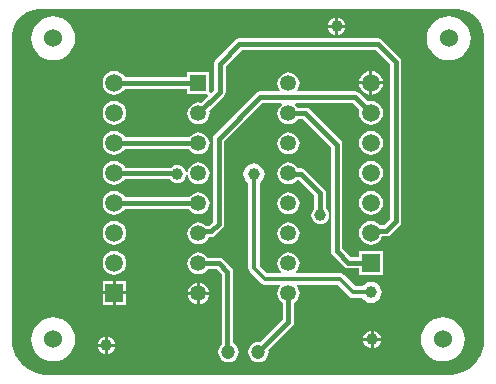
<source format=gtl>
G04*
G04 #@! TF.GenerationSoftware,Altium Limited,Altium Designer,20.1.8 (145)*
G04*
G04 Layer_Physical_Order=1*
G04 Layer_Color=255*
%FSAX24Y24*%
%MOIN*%
G70*
G04*
G04 #@! TF.SameCoordinates,A9D52D31-DEFF-4A73-B345-733BC34C7DFE*
G04*
G04*
G04 #@! TF.FilePolarity,Positive*
G04*
G01*
G75*
%ADD12C,0.0100*%
%ADD20C,0.0120*%
%ADD21C,0.0180*%
%ADD22C,0.0600*%
%ADD23R,0.0531X0.0531*%
%ADD24C,0.0531*%
%ADD25C,0.0591*%
%ADD26R,0.0591X0.0591*%
%ADD27C,0.0472*%
%ADD28C,0.0394*%
G36*
X038673Y031065D02*
X038852Y030990D01*
X039013Y030883D01*
X039150Y030746D01*
X039258Y030584D01*
X039332Y030405D01*
X039370Y030215D01*
X039370Y030118D01*
X039370Y030118D01*
X039370Y030118D01*
X039370Y020079D01*
X039370Y020001D01*
X039350Y019848D01*
X039310Y019698D01*
X039251Y019555D01*
X039173Y019421D01*
X039079Y019298D01*
X038969Y019189D01*
X038847Y019095D01*
X038712Y019017D01*
X038569Y018958D01*
X038420Y018918D01*
X038266Y018898D01*
X038189Y018898D01*
X024803Y018898D01*
X024726D01*
X024572Y018918D01*
X024423Y018958D01*
X024280Y019017D01*
X024146Y019095D01*
X024023Y019189D01*
X023913Y019298D01*
X023819Y019421D01*
X023742Y019555D01*
X023682Y019698D01*
X023642Y019848D01*
X023622Y020001D01*
Y020079D01*
X023622Y030118D01*
Y030215D01*
X023660Y030405D01*
X023734Y030584D01*
X023842Y030746D01*
X023979Y030883D01*
X024140Y030990D01*
X024319Y031065D01*
X024509Y031102D01*
X024606Y031102D01*
X024606Y031102D01*
X038386Y031102D01*
X038483Y031102D01*
X038673Y031065D01*
D02*
G37*
%LPC*%
G36*
X034499Y030805D02*
Y030562D01*
X034742D01*
X034738Y030589D01*
X034708Y030662D01*
X034661Y030724D01*
X034599Y030771D01*
X034526Y030801D01*
X034499Y030805D01*
D02*
G37*
G36*
X034399D02*
X034371Y030801D01*
X034299Y030771D01*
X034237Y030724D01*
X034190Y030662D01*
X034160Y030589D01*
X034156Y030562D01*
X034399D01*
Y030805D01*
D02*
G37*
G36*
X034742Y030462D02*
X034499D01*
Y030219D01*
X034526Y030223D01*
X034599Y030253D01*
X034661Y030300D01*
X034708Y030362D01*
X034738Y030434D01*
X034742Y030462D01*
D02*
G37*
G36*
X034399D02*
X034156D01*
X034160Y030434D01*
X034190Y030362D01*
X034237Y030300D01*
X034299Y030253D01*
X034371Y030223D01*
X034399Y030219D01*
Y030462D01*
D02*
G37*
G36*
X038189Y030852D02*
X038046Y030837D01*
X037908Y030796D01*
X037781Y030728D01*
X037670Y030637D01*
X037579Y030526D01*
X037511Y030399D01*
X037470Y030261D01*
X037456Y030118D01*
X037470Y029975D01*
X037511Y029837D01*
X037579Y029711D01*
X037670Y029599D01*
X037781Y029508D01*
X037908Y029440D01*
X038046Y029399D01*
X038189Y029385D01*
X038332Y029399D01*
X038470Y029440D01*
X038596Y029508D01*
X038708Y029599D01*
X038799Y029711D01*
X038867Y029837D01*
X038908Y029975D01*
X038922Y030118D01*
X038908Y030261D01*
X038867Y030399D01*
X038799Y030526D01*
X038708Y030637D01*
X038596Y030728D01*
X038470Y030796D01*
X038332Y030837D01*
X038189Y030852D01*
D02*
G37*
G36*
X025000D02*
X024857Y030837D01*
X024719Y030796D01*
X024593Y030728D01*
X024481Y030637D01*
X024390Y030526D01*
X024322Y030399D01*
X024281Y030261D01*
X024267Y030118D01*
X024281Y029975D01*
X024322Y029837D01*
X024390Y029711D01*
X024481Y029599D01*
X024593Y029508D01*
X024719Y029440D01*
X024857Y029399D01*
X025000Y029385D01*
X025143Y029399D01*
X025281Y029440D01*
X025407Y029508D01*
X025519Y029599D01*
X025610Y029711D01*
X025678Y029837D01*
X025719Y029975D01*
X025733Y030118D01*
X025719Y030261D01*
X025678Y030399D01*
X025610Y030526D01*
X025519Y030637D01*
X025407Y030728D01*
X025281Y030796D01*
X025143Y030837D01*
X025000Y030852D01*
D02*
G37*
G36*
X035644Y029021D02*
Y028679D01*
X035986D01*
X035979Y028732D01*
X035939Y028828D01*
X035876Y028911D01*
X035793Y028974D01*
X035697Y029014D01*
X035644Y029021D01*
D02*
G37*
G36*
X035544D02*
X035491Y029014D01*
X035394Y028974D01*
X035312Y028911D01*
X035248Y028828D01*
X035209Y028732D01*
X035202Y028679D01*
X035544D01*
Y029021D01*
D02*
G37*
G36*
X035986Y028579D02*
X035644D01*
Y028237D01*
X035697Y028244D01*
X035793Y028284D01*
X035876Y028347D01*
X035939Y028430D01*
X035979Y028526D01*
X035986Y028579D01*
D02*
G37*
G36*
X035544D02*
X035202D01*
X035209Y028526D01*
X035248Y028430D01*
X035312Y028347D01*
X035394Y028284D01*
X035491Y028244D01*
X035544Y028237D01*
Y028579D01*
D02*
G37*
G36*
X032844Y028981D02*
X032748Y028969D01*
X032659Y028932D01*
X032583Y028873D01*
X032524Y028797D01*
X032487Y028708D01*
X032475Y028613D01*
X032487Y028517D01*
X032524Y028428D01*
X032551Y028393D01*
X032526Y028343D01*
X031890D01*
X031816Y028329D01*
X031753Y028287D01*
X030375Y026909D01*
X030333Y026846D01*
X030318Y026772D01*
Y024005D01*
X030187Y023874D01*
X030104D01*
X030028Y023932D01*
X029939Y023969D01*
X029844Y023981D01*
X029748Y023969D01*
X029659Y023932D01*
X029583Y023873D01*
X029524Y023797D01*
X029487Y023708D01*
X029475Y023613D01*
X029487Y023517D01*
X029524Y023428D01*
X029583Y023352D01*
X029659Y023293D01*
X029748Y023256D01*
X029844Y023244D01*
X029939Y023256D01*
X030028Y023293D01*
X030105Y023352D01*
X030163Y023428D01*
X030187Y023486D01*
X030267D01*
X030341Y023501D01*
X030404Y023543D01*
X030649Y023787D01*
X030691Y023850D01*
X030706Y023924D01*
Y026691D01*
X031970Y027956D01*
X032608D01*
X032625Y027906D01*
X032583Y027873D01*
X032524Y027797D01*
X032487Y027708D01*
X032475Y027613D01*
X032487Y027517D01*
X032524Y027428D01*
X032583Y027352D01*
X032659Y027293D01*
X032748Y027256D01*
X032844Y027244D01*
X032939Y027256D01*
X033028Y027293D01*
X033105Y027352D01*
X033156Y027419D01*
X033331D01*
X034255Y026495D01*
Y023031D01*
X034270Y022957D01*
X034312Y022895D01*
X034706Y022501D01*
X034768Y022459D01*
X034843Y022444D01*
X035198D01*
Y022234D01*
X035989D01*
Y023024D01*
X035198D01*
Y022832D01*
X034923D01*
X034643Y023112D01*
Y026575D01*
X034628Y026649D01*
X034586Y026712D01*
X033548Y027750D01*
X033485Y027792D01*
X033411Y027806D01*
X033156D01*
X033105Y027873D01*
X033062Y027906D01*
X033079Y027956D01*
X034993D01*
X035211Y027738D01*
X035209Y027732D01*
X035195Y027629D01*
X035209Y027526D01*
X035248Y027430D01*
X035312Y027347D01*
X035394Y027284D01*
X035491Y027244D01*
X035594Y027230D01*
X035697Y027244D01*
X035793Y027284D01*
X035876Y027347D01*
X035939Y027430D01*
X035979Y027526D01*
X035992Y027629D01*
X035979Y027732D01*
X035939Y027828D01*
X035876Y027911D01*
X035793Y027974D01*
X035697Y028014D01*
X035594Y028028D01*
X035491Y028014D01*
X035485Y028012D01*
X035210Y028287D01*
X035147Y028329D01*
X035073Y028343D01*
X033161D01*
X033136Y028393D01*
X033163Y028428D01*
X033200Y028517D01*
X033213Y028613D01*
X033200Y028708D01*
X033163Y028797D01*
X033105Y028873D01*
X033028Y028932D01*
X032939Y028969D01*
X032844Y028981D01*
D02*
G37*
G36*
X027044Y028028D02*
X026941Y028014D01*
X026844Y027974D01*
X026762Y027911D01*
X026698Y027828D01*
X026659Y027732D01*
X026645Y027629D01*
X026659Y027526D01*
X026698Y027430D01*
X026762Y027347D01*
X026844Y027284D01*
X026941Y027244D01*
X027044Y027230D01*
X027147Y027244D01*
X027243Y027284D01*
X027326Y027347D01*
X027389Y027430D01*
X027429Y027526D01*
X027442Y027629D01*
X027429Y027732D01*
X027389Y027828D01*
X027326Y027911D01*
X027243Y027974D01*
X027147Y028014D01*
X027044Y028028D01*
D02*
G37*
G36*
X032844Y026981D02*
X032748Y026969D01*
X032659Y026932D01*
X032583Y026873D01*
X032524Y026797D01*
X032487Y026708D01*
X032475Y026613D01*
X032487Y026517D01*
X032524Y026428D01*
X032583Y026352D01*
X032659Y026293D01*
X032748Y026256D01*
X032844Y026244D01*
X032939Y026256D01*
X033028Y026293D01*
X033105Y026352D01*
X033163Y026428D01*
X033200Y026517D01*
X033213Y026613D01*
X033200Y026708D01*
X033163Y026797D01*
X033105Y026873D01*
X033028Y026932D01*
X032939Y026969D01*
X032844Y026981D01*
D02*
G37*
G36*
X027044Y027028D02*
X026941Y027014D01*
X026844Y026974D01*
X026762Y026911D01*
X026698Y026828D01*
X026659Y026732D01*
X026645Y026629D01*
X026659Y026526D01*
X026698Y026430D01*
X026762Y026347D01*
X026844Y026284D01*
X026941Y026244D01*
X027044Y026230D01*
X027147Y026244D01*
X027243Y026284D01*
X027326Y026347D01*
X027387Y026427D01*
X029525D01*
X029583Y026352D01*
X029659Y026293D01*
X029748Y026256D01*
X029844Y026244D01*
X029939Y026256D01*
X030028Y026293D01*
X030105Y026352D01*
X030163Y026428D01*
X030200Y026517D01*
X030213Y026613D01*
X030200Y026708D01*
X030163Y026797D01*
X030105Y026873D01*
X030028Y026932D01*
X029939Y026969D01*
X029844Y026981D01*
X029748Y026969D01*
X029659Y026932D01*
X029583Y026873D01*
X029538Y026814D01*
X027395D01*
X027389Y026828D01*
X027326Y026911D01*
X027243Y026974D01*
X027147Y027014D01*
X027044Y027028D01*
D02*
G37*
G36*
X035594D02*
X035491Y027014D01*
X035394Y026974D01*
X035312Y026911D01*
X035248Y026828D01*
X035209Y026732D01*
X035195Y026629D01*
X035209Y026526D01*
X035248Y026430D01*
X035312Y026347D01*
X035394Y026284D01*
X035491Y026244D01*
X035594Y026230D01*
X035697Y026244D01*
X035793Y026284D01*
X035876Y026347D01*
X035939Y026430D01*
X035979Y026526D01*
X035992Y026629D01*
X035979Y026732D01*
X035939Y026828D01*
X035876Y026911D01*
X035793Y026974D01*
X035697Y027014D01*
X035594Y027028D01*
D02*
G37*
G36*
X027044Y026028D02*
X026941Y026014D01*
X026844Y025974D01*
X026762Y025911D01*
X026698Y025828D01*
X026659Y025732D01*
X026645Y025629D01*
X026659Y025526D01*
X026698Y025430D01*
X026762Y025347D01*
X026844Y025284D01*
X026941Y025244D01*
X027044Y025230D01*
X027147Y025244D01*
X027243Y025284D01*
X027326Y025347D01*
X027379Y025416D01*
X028894D01*
X028922Y025379D01*
X028984Y025331D01*
X029056Y025301D01*
X029134Y025291D01*
X029211Y025301D01*
X029284Y025331D01*
X029346Y025379D01*
X029393Y025441D01*
X029423Y025513D01*
X029430Y025568D01*
X029481D01*
X029487Y025517D01*
X029524Y025428D01*
X029583Y025352D01*
X029659Y025293D01*
X029748Y025256D01*
X029844Y025244D01*
X029939Y025256D01*
X030028Y025293D01*
X030105Y025352D01*
X030163Y025428D01*
X030200Y025517D01*
X030213Y025613D01*
X030200Y025708D01*
X030163Y025797D01*
X030105Y025873D01*
X030028Y025932D01*
X029939Y025969D01*
X029844Y025982D01*
X029748Y025969D01*
X029659Y025932D01*
X029583Y025873D01*
X029524Y025797D01*
X029487Y025708D01*
X029478Y025635D01*
X029427D01*
X029423Y025668D01*
X029393Y025740D01*
X029346Y025802D01*
X029284Y025850D01*
X029211Y025880D01*
X029134Y025890D01*
X029056Y025880D01*
X028984Y025850D01*
X028924Y025803D01*
X027399D01*
X027389Y025828D01*
X027326Y025911D01*
X027243Y025974D01*
X027147Y026014D01*
X027044Y026028D01*
D02*
G37*
G36*
X035594D02*
X035491Y026014D01*
X035394Y025974D01*
X035312Y025911D01*
X035248Y025828D01*
X035209Y025732D01*
X035195Y025629D01*
X035209Y025526D01*
X035248Y025430D01*
X035312Y025347D01*
X035394Y025284D01*
X035491Y025244D01*
X035594Y025230D01*
X035697Y025244D01*
X035793Y025284D01*
X035876Y025347D01*
X035939Y025430D01*
X035979Y025526D01*
X035992Y025629D01*
X035979Y025732D01*
X035939Y025828D01*
X035876Y025911D01*
X035793Y025974D01*
X035697Y026014D01*
X035594Y026028D01*
D02*
G37*
G36*
X032844Y024982D02*
X032748Y024969D01*
X032659Y024932D01*
X032583Y024873D01*
X032524Y024797D01*
X032487Y024708D01*
X032475Y024613D01*
X032487Y024517D01*
X032524Y024428D01*
X032583Y024352D01*
X032659Y024293D01*
X032748Y024256D01*
X032844Y024244D01*
X032939Y024256D01*
X033028Y024293D01*
X033105Y024352D01*
X033163Y024428D01*
X033200Y024517D01*
X033213Y024613D01*
X033200Y024708D01*
X033163Y024797D01*
X033105Y024873D01*
X033028Y024932D01*
X032939Y024969D01*
X032844Y024982D01*
D02*
G37*
G36*
X027044Y025028D02*
X026941Y025014D01*
X026844Y024974D01*
X026762Y024911D01*
X026698Y024828D01*
X026659Y024732D01*
X026645Y024629D01*
X026659Y024526D01*
X026698Y024430D01*
X026762Y024347D01*
X026844Y024284D01*
X026941Y024244D01*
X027044Y024230D01*
X027147Y024244D01*
X027243Y024284D01*
X027326Y024347D01*
X027387Y024427D01*
X029525D01*
X029583Y024352D01*
X029659Y024293D01*
X029748Y024256D01*
X029844Y024244D01*
X029939Y024256D01*
X030028Y024293D01*
X030105Y024352D01*
X030163Y024428D01*
X030200Y024517D01*
X030213Y024613D01*
X030200Y024708D01*
X030163Y024797D01*
X030105Y024873D01*
X030028Y024932D01*
X029939Y024969D01*
X029844Y024982D01*
X029748Y024969D01*
X029659Y024932D01*
X029583Y024873D01*
X029538Y024814D01*
X027395D01*
X027389Y024828D01*
X027326Y024911D01*
X027243Y024974D01*
X027147Y025014D01*
X027044Y025028D01*
D02*
G37*
G36*
X035594D02*
X035491Y025014D01*
X035394Y024974D01*
X035312Y024911D01*
X035248Y024828D01*
X035209Y024732D01*
X035195Y024629D01*
X035209Y024526D01*
X035248Y024430D01*
X035312Y024347D01*
X035394Y024284D01*
X035491Y024244D01*
X035594Y024230D01*
X035697Y024244D01*
X035793Y024284D01*
X035876Y024347D01*
X035939Y024430D01*
X035979Y024526D01*
X035992Y024629D01*
X035979Y024732D01*
X035939Y024828D01*
X035876Y024911D01*
X035793Y024974D01*
X035697Y025014D01*
X035594Y025028D01*
D02*
G37*
G36*
X032844Y025982D02*
X032748Y025969D01*
X032659Y025932D01*
X032583Y025873D01*
X032524Y025797D01*
X032487Y025708D01*
X032475Y025613D01*
X032487Y025517D01*
X032524Y025428D01*
X032583Y025352D01*
X032659Y025293D01*
X032748Y025256D01*
X032844Y025244D01*
X032939Y025256D01*
X033028Y025293D01*
X033105Y025352D01*
X033139Y025397D01*
X033187D01*
X033711Y024873D01*
Y024438D01*
X033693Y024424D01*
X033645Y024362D01*
X033615Y024290D01*
X033605Y024213D01*
X033615Y024135D01*
X033645Y024063D01*
X033693Y024001D01*
X033755Y023953D01*
X033827Y023923D01*
X033905Y023913D01*
X033982Y023923D01*
X034054Y023953D01*
X034116Y024001D01*
X034164Y024063D01*
X034194Y024135D01*
X034204Y024213D01*
X034194Y024290D01*
X034164Y024362D01*
X034116Y024424D01*
X034098Y024438D01*
Y024954D01*
X034084Y025028D01*
X034042Y025091D01*
X033405Y025728D01*
X033342Y025770D01*
X033268Y025784D01*
X033168D01*
X033163Y025797D01*
X033105Y025873D01*
X033028Y025932D01*
X032939Y025969D01*
X032844Y025982D01*
D02*
G37*
G36*
X035827Y030115D02*
X031208D01*
X031134Y030100D01*
X031071Y030058D01*
X030422Y029410D01*
X030380Y029347D01*
X030366Y029273D01*
Y028409D01*
X030256Y028299D01*
X030209Y028318D01*
Y028978D01*
X029478D01*
Y028823D01*
X027391D01*
X027389Y028828D01*
X027326Y028911D01*
X027243Y028974D01*
X027147Y029014D01*
X027044Y029028D01*
X026941Y029014D01*
X026844Y028974D01*
X026762Y028911D01*
X026698Y028828D01*
X026659Y028732D01*
X026645Y028629D01*
X026659Y028526D01*
X026698Y028430D01*
X026762Y028347D01*
X026844Y028284D01*
X026941Y028244D01*
X027044Y028230D01*
X027147Y028244D01*
X027243Y028284D01*
X027326Y028347D01*
X027389Y028430D01*
X027391Y028435D01*
X029478D01*
Y028247D01*
X030139D01*
X030158Y028201D01*
X029928Y027970D01*
X029844Y027982D01*
X029748Y027969D01*
X029659Y027932D01*
X029583Y027873D01*
X029524Y027797D01*
X029487Y027708D01*
X029475Y027613D01*
X029487Y027517D01*
X029524Y027428D01*
X029583Y027352D01*
X029659Y027293D01*
X029748Y027256D01*
X029844Y027244D01*
X029939Y027256D01*
X030028Y027293D01*
X030105Y027352D01*
X030163Y027428D01*
X030200Y027517D01*
X030213Y027613D01*
X030202Y027696D01*
X030696Y028191D01*
X030738Y028254D01*
X030753Y028328D01*
Y029193D01*
X031288Y029728D01*
X035747D01*
X036224Y029250D01*
Y024096D01*
X036029Y023901D01*
X035883D01*
X035876Y023911D01*
X035793Y023974D01*
X035697Y024014D01*
X035594Y024028D01*
X035491Y024014D01*
X035394Y023974D01*
X035312Y023911D01*
X035248Y023828D01*
X035209Y023732D01*
X035195Y023629D01*
X035209Y023526D01*
X035248Y023430D01*
X035312Y023347D01*
X035394Y023284D01*
X035491Y023244D01*
X035594Y023230D01*
X035697Y023244D01*
X035793Y023284D01*
X035876Y023347D01*
X035939Y023430D01*
X035974Y023514D01*
X036109D01*
X036183Y023529D01*
X036246Y023571D01*
X036554Y023879D01*
X036596Y023942D01*
X036611Y024016D01*
Y029331D01*
X036596Y029405D01*
X036554Y029468D01*
X035964Y030058D01*
X035901Y030100D01*
X035827Y030115D01*
D02*
G37*
G36*
X032844Y023981D02*
X032748Y023969D01*
X032659Y023932D01*
X032583Y023873D01*
X032524Y023797D01*
X032487Y023708D01*
X032475Y023613D01*
X032487Y023517D01*
X032524Y023428D01*
X032583Y023352D01*
X032659Y023293D01*
X032748Y023256D01*
X032844Y023244D01*
X032939Y023256D01*
X033028Y023293D01*
X033105Y023352D01*
X033163Y023428D01*
X033200Y023517D01*
X033213Y023613D01*
X033200Y023708D01*
X033163Y023797D01*
X033105Y023873D01*
X033028Y023932D01*
X032939Y023969D01*
X032844Y023981D01*
D02*
G37*
G36*
X027044Y024028D02*
X026941Y024014D01*
X026844Y023974D01*
X026762Y023911D01*
X026698Y023828D01*
X026659Y023732D01*
X026645Y023629D01*
X026659Y023526D01*
X026698Y023430D01*
X026762Y023347D01*
X026844Y023284D01*
X026941Y023244D01*
X027044Y023230D01*
X027147Y023244D01*
X027243Y023284D01*
X027326Y023347D01*
X027389Y023430D01*
X027429Y023526D01*
X027442Y023629D01*
X027429Y023732D01*
X027389Y023828D01*
X027326Y023911D01*
X027243Y023974D01*
X027147Y024014D01*
X027044Y024028D01*
D02*
G37*
G36*
Y023028D02*
X026941Y023014D01*
X026844Y022974D01*
X026762Y022911D01*
X026698Y022828D01*
X026659Y022732D01*
X026645Y022629D01*
X026659Y022526D01*
X026698Y022430D01*
X026762Y022347D01*
X026844Y022284D01*
X026941Y022244D01*
X027044Y022230D01*
X027147Y022244D01*
X027243Y022284D01*
X027326Y022347D01*
X027389Y022430D01*
X027429Y022526D01*
X027442Y022629D01*
X027429Y022732D01*
X027389Y022828D01*
X027326Y022911D01*
X027243Y022974D01*
X027147Y023014D01*
X027044Y023028D01*
D02*
G37*
G36*
X027439Y022024D02*
X027094D01*
Y021679D01*
X027439D01*
Y022024D01*
D02*
G37*
G36*
X026994D02*
X026648D01*
Y021679D01*
X026994D01*
Y022024D01*
D02*
G37*
G36*
X029894Y021975D02*
Y021663D01*
X030206D01*
X030200Y021708D01*
X030163Y021797D01*
X030105Y021873D01*
X030028Y021932D01*
X029939Y021969D01*
X029894Y021975D01*
D02*
G37*
G36*
X029794D02*
X029748Y021969D01*
X029659Y021932D01*
X029583Y021873D01*
X029524Y021797D01*
X029487Y021708D01*
X029481Y021663D01*
X029794D01*
Y021975D01*
D02*
G37*
G36*
X031693Y025944D02*
X031602Y025932D01*
X031516Y025896D01*
X031443Y025840D01*
X031387Y025767D01*
X031352Y025682D01*
X031340Y025591D01*
X031352Y025499D01*
X031387Y025414D01*
X031443Y025341D01*
X031506Y025293D01*
Y022450D01*
X031521Y022376D01*
X031563Y022313D01*
X031913Y021963D01*
X031976Y021921D01*
X032050Y021906D01*
X032547D01*
X032570Y021856D01*
X032524Y021797D01*
X032487Y021708D01*
X032475Y021613D01*
X032487Y021517D01*
X032524Y021428D01*
X032583Y021352D01*
X032650Y021300D01*
Y020737D01*
X031901Y019988D01*
X031844Y019995D01*
X031756Y019984D01*
X031674Y019950D01*
X031604Y019896D01*
X031550Y019826D01*
X031516Y019744D01*
X031505Y019656D01*
X031516Y019569D01*
X031550Y019487D01*
X031604Y019417D01*
X031674Y019363D01*
X031756Y019329D01*
X031844Y019317D01*
X031931Y019329D01*
X032013Y019363D01*
X032083Y019417D01*
X032137Y019487D01*
X032171Y019569D01*
X032183Y019656D01*
X032175Y019714D01*
X032981Y020519D01*
X033023Y020582D01*
X033037Y020656D01*
Y021300D01*
X033105Y021352D01*
X033163Y021428D01*
X033200Y021517D01*
X033213Y021613D01*
X033200Y021708D01*
X033163Y021797D01*
X033118Y021856D01*
X033140Y021906D01*
X034470D01*
X034863Y021513D01*
X034926Y021471D01*
X035000Y021456D01*
X035307D01*
X035350Y021400D01*
X035423Y021344D01*
X035509Y021309D01*
X035600Y021297D01*
X035691Y021309D01*
X035777Y021344D01*
X035850Y021400D01*
X035906Y021473D01*
X035941Y021559D01*
X035953Y021650D01*
X035941Y021741D01*
X035906Y021827D01*
X035850Y021900D01*
X035777Y021956D01*
X035691Y021991D01*
X035600Y022003D01*
X035509Y021991D01*
X035423Y021956D01*
X035350Y021900D01*
X035307Y021844D01*
X035080D01*
X034687Y022237D01*
X034624Y022279D01*
X034550Y022294D01*
X033107D01*
X033091Y022341D01*
X033105Y022352D01*
X033163Y022428D01*
X033200Y022517D01*
X033213Y022613D01*
X033200Y022708D01*
X033163Y022797D01*
X033105Y022873D01*
X033028Y022932D01*
X032939Y022969D01*
X032844Y022982D01*
X032748Y022969D01*
X032659Y022932D01*
X032583Y022873D01*
X032524Y022797D01*
X032487Y022708D01*
X032475Y022613D01*
X032487Y022517D01*
X032524Y022428D01*
X032583Y022352D01*
X032597Y022341D01*
X032581Y022294D01*
X032130D01*
X031894Y022530D01*
Y025303D01*
X031943Y025341D01*
X031999Y025414D01*
X032034Y025499D01*
X032046Y025591D01*
X032034Y025682D01*
X031999Y025767D01*
X031943Y025840D01*
X031869Y025896D01*
X031784Y025932D01*
X031693Y025944D01*
D02*
G37*
G36*
X030206Y021563D02*
X029894D01*
Y021250D01*
X029939Y021256D01*
X030028Y021293D01*
X030105Y021352D01*
X030163Y021428D01*
X030200Y021517D01*
X030206Y021563D01*
D02*
G37*
G36*
X029794D02*
X029481D01*
X029487Y021517D01*
X029524Y021428D01*
X029583Y021352D01*
X029659Y021293D01*
X029748Y021256D01*
X029794Y021250D01*
Y021563D01*
D02*
G37*
G36*
X027439Y021579D02*
X027094D01*
Y021234D01*
X027439D01*
Y021579D01*
D02*
G37*
G36*
X026994D02*
X026648D01*
Y021234D01*
X026994D01*
Y021579D01*
D02*
G37*
G36*
X035680Y020372D02*
Y020129D01*
X035923D01*
X035919Y020156D01*
X035889Y020228D01*
X035842Y020290D01*
X035780Y020338D01*
X035707Y020368D01*
X035680Y020372D01*
D02*
G37*
G36*
X035580D02*
X035552Y020368D01*
X035480Y020338D01*
X035418Y020290D01*
X035371Y020228D01*
X035341Y020156D01*
X035337Y020129D01*
X035580D01*
Y020372D01*
D02*
G37*
G36*
X026822Y020175D02*
Y019932D01*
X027064D01*
X027061Y019959D01*
X027031Y020032D01*
X026983Y020094D01*
X026921Y020141D01*
X026849Y020171D01*
X026822Y020175D01*
D02*
G37*
G36*
X026722D02*
X026694Y020171D01*
X026622Y020141D01*
X026560Y020094D01*
X026512Y020032D01*
X026482Y019959D01*
X026479Y019932D01*
X026722D01*
Y020175D01*
D02*
G37*
G36*
X035923Y020029D02*
X035680D01*
Y019786D01*
X035707Y019790D01*
X035780Y019819D01*
X035842Y019867D01*
X035889Y019929D01*
X035919Y020001D01*
X035923Y020029D01*
D02*
G37*
G36*
X035580D02*
X035337D01*
X035341Y020001D01*
X035371Y019929D01*
X035418Y019867D01*
X035480Y019819D01*
X035552Y019790D01*
X035580Y019786D01*
Y020029D01*
D02*
G37*
G36*
X027064Y019832D02*
X026822D01*
Y019589D01*
X026849Y019593D01*
X026921Y019623D01*
X026983Y019670D01*
X027031Y019732D01*
X027061Y019804D01*
X027064Y019832D01*
D02*
G37*
G36*
X026722D02*
X026479D01*
X026482Y019804D01*
X026512Y019732D01*
X026560Y019670D01*
X026622Y019623D01*
X026694Y019593D01*
X026722Y019589D01*
Y019832D01*
D02*
G37*
G36*
X037992Y020812D02*
X037849Y020798D01*
X037711Y020756D01*
X037585Y020689D01*
X037473Y020597D01*
X037382Y020486D01*
X037315Y020359D01*
X037273Y020222D01*
X037259Y020079D01*
X037273Y019936D01*
X037315Y019798D01*
X037382Y019671D01*
X037473Y019560D01*
X037585Y019469D01*
X037711Y019401D01*
X037849Y019359D01*
X037992Y019345D01*
X038135Y019359D01*
X038273Y019401D01*
X038400Y019469D01*
X038511Y019560D01*
X038602Y019671D01*
X038670Y019798D01*
X038711Y019936D01*
X038726Y020079D01*
X038711Y020222D01*
X038670Y020359D01*
X038602Y020486D01*
X038511Y020597D01*
X038400Y020689D01*
X038273Y020756D01*
X038135Y020798D01*
X037992Y020812D01*
D02*
G37*
G36*
X025000D02*
X024857Y020798D01*
X024719Y020756D01*
X024593Y020689D01*
X024481Y020597D01*
X024390Y020486D01*
X024322Y020359D01*
X024281Y020222D01*
X024267Y020079D01*
X024281Y019936D01*
X024322Y019798D01*
X024390Y019671D01*
X024481Y019560D01*
X024593Y019469D01*
X024719Y019401D01*
X024857Y019359D01*
X025000Y019345D01*
X025143Y019359D01*
X025281Y019401D01*
X025407Y019469D01*
X025519Y019560D01*
X025610Y019671D01*
X025678Y019798D01*
X025719Y019936D01*
X025733Y020079D01*
X025719Y020222D01*
X025678Y020359D01*
X025610Y020486D01*
X025519Y020597D01*
X025407Y020689D01*
X025281Y020756D01*
X025143Y020798D01*
X025000Y020812D01*
D02*
G37*
G36*
X029844Y022982D02*
X029748Y022969D01*
X029659Y022932D01*
X029583Y022873D01*
X029524Y022797D01*
X029487Y022708D01*
X029475Y022613D01*
X029487Y022517D01*
X029524Y022428D01*
X029583Y022352D01*
X029659Y022293D01*
X029748Y022256D01*
X029844Y022244D01*
X029939Y022256D01*
X030028Y022293D01*
X030105Y022352D01*
X030156Y022419D01*
X030450D01*
X030613Y022255D01*
Y019903D01*
X030604Y019896D01*
X030550Y019826D01*
X030516Y019744D01*
X030505Y019656D01*
X030516Y019569D01*
X030550Y019487D01*
X030604Y019417D01*
X030674Y019363D01*
X030756Y019329D01*
X030844Y019317D01*
X030931Y019329D01*
X031013Y019363D01*
X031084Y019417D01*
X031137Y019487D01*
X031171Y019569D01*
X031183Y019656D01*
X031171Y019744D01*
X031137Y019826D01*
X031084Y019896D01*
X031013Y019950D01*
X031001Y019955D01*
Y022336D01*
X030986Y022410D01*
X030944Y022472D01*
X030667Y022750D01*
X030604Y022792D01*
X030530Y022806D01*
X030156D01*
X030105Y022873D01*
X030028Y022932D01*
X029939Y022969D01*
X029844Y022982D01*
D02*
G37*
%LPD*%
D12*
X027044Y021629D02*
X027060Y021613D01*
X029827Y028629D02*
X029844Y028613D01*
D20*
X034550Y022100D02*
X035000Y021650D01*
X035600D01*
X032050Y022100D02*
X034550D01*
X031700Y022450D02*
X032050Y022100D01*
X031700Y022450D02*
Y025583D01*
D21*
X031693Y025591D02*
X031700Y025583D01*
X031844Y019656D02*
X032844Y020656D01*
Y021613D01*
X034449Y023031D02*
X034843Y022638D01*
X034449Y023031D02*
Y026575D01*
X034843Y022638D02*
X035585D01*
X030512Y023924D02*
Y026772D01*
X029844Y023613D02*
X029911Y023680D01*
X030512Y026772D02*
X031890Y028150D01*
X029911Y023680D02*
X030267D01*
X030512Y023924D01*
X031890Y028150D02*
X035073D01*
X032844Y025613D02*
X032866Y025591D01*
X033268D01*
X033905Y024213D02*
Y024954D01*
X033268Y025591D02*
X033905Y024954D01*
X033411Y027613D02*
X034449Y026575D01*
X032844Y027613D02*
X033411D01*
X031208Y029921D02*
X035827D01*
X029844Y027613D02*
X030559Y028328D01*
Y029273D01*
X031208Y029921D01*
X035827D02*
X036417Y029331D01*
Y024016D02*
Y029331D01*
X036109Y023707D02*
X036417Y024016D01*
X035594Y023629D02*
X035672Y023707D01*
X036109D01*
X027044Y025629D02*
X027063Y025610D01*
X029115D01*
X029134Y025591D01*
X035073Y028150D02*
X035594Y027629D01*
X035585Y022638D02*
X035594Y022629D01*
X029836Y024621D02*
X029844Y024613D01*
X027044Y024629D02*
X027052Y024621D01*
X029836D01*
Y026621D02*
X029844Y026613D01*
X027052Y026621D02*
X029836D01*
X027044Y026629D02*
X027052Y026621D01*
X030807Y019693D02*
Y022336D01*
X029844Y022613D02*
X030530D01*
X030807Y022336D01*
Y019693D02*
X030844Y019656D01*
X027044Y028629D02*
X029827D01*
D22*
X037992Y020079D02*
D03*
X038189Y030118D02*
D03*
X025000Y020079D02*
D03*
Y030118D02*
D03*
D23*
X029844Y028613D02*
D03*
D24*
Y027613D02*
D03*
Y026613D02*
D03*
Y025613D02*
D03*
Y024613D02*
D03*
Y023613D02*
D03*
Y022613D02*
D03*
Y021613D02*
D03*
X032844D02*
D03*
Y022613D02*
D03*
Y023613D02*
D03*
Y024613D02*
D03*
Y025613D02*
D03*
Y026613D02*
D03*
Y027613D02*
D03*
Y028613D02*
D03*
D25*
X035594Y024629D02*
D03*
Y023629D02*
D03*
Y025629D02*
D03*
Y026629D02*
D03*
Y027629D02*
D03*
Y028629D02*
D03*
X027044D02*
D03*
Y027629D02*
D03*
Y026629D02*
D03*
Y025629D02*
D03*
Y024629D02*
D03*
Y023629D02*
D03*
Y022629D02*
D03*
D26*
X035594D02*
D03*
X027044Y021629D02*
D03*
D27*
X031844Y019656D02*
D03*
X030844D02*
D03*
D28*
X035600Y021650D02*
D03*
X031693Y025591D02*
D03*
X026772Y019882D02*
D03*
X035630Y020079D02*
D03*
X034449Y030512D02*
D03*
X033905Y024213D02*
D03*
X029134Y025591D02*
D03*
M02*

</source>
